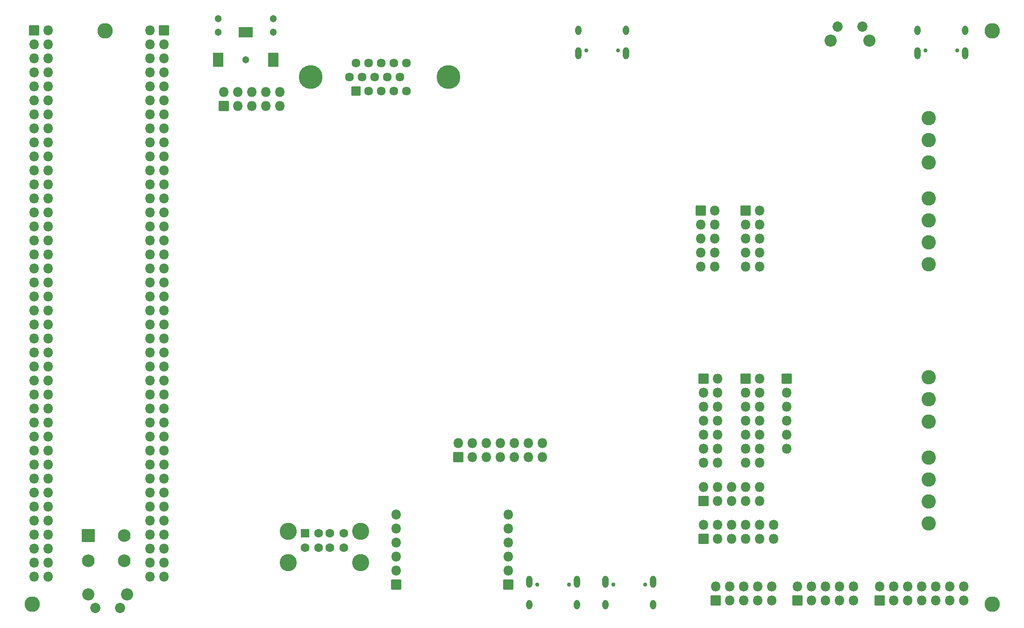
<source format=gbr>
%TF.GenerationSoftware,KiCad,Pcbnew,8.0.4*%
%TF.CreationDate,2024-07-29T15:07:11-07:00*%
%TF.ProjectId,PETER,50455445-522e-46b6-9963-61645f706362,0*%
%TF.SameCoordinates,Original*%
%TF.FileFunction,Soldermask,Bot*%
%TF.FilePolarity,Negative*%
%FSLAX46Y46*%
G04 Gerber Fmt 4.6, Leading zero omitted, Abs format (unit mm)*
G04 Created by KiCad (PCBNEW 8.0.4) date 2024-07-29 15:07:11*
%MOMM*%
%LPD*%
G01*
G04 APERTURE LIST*
G04 Aperture macros list*
%AMRoundRect*
0 Rectangle with rounded corners*
0 $1 Rounding radius*
0 $2 $3 $4 $5 $6 $7 $8 $9 X,Y pos of 4 corners*
0 Add a 4 corners polygon primitive as box body*
4,1,4,$2,$3,$4,$5,$6,$7,$8,$9,$2,$3,0*
0 Add four circle primitives for the rounded corners*
1,1,$1+$1,$2,$3*
1,1,$1+$1,$4,$5*
1,1,$1+$1,$6,$7*
1,1,$1+$1,$8,$9*
0 Add four rect primitives between the rounded corners*
20,1,$1+$1,$2,$3,$4,$5,0*
20,1,$1+$1,$4,$5,$6,$7,0*
20,1,$1+$1,$6,$7,$8,$9,0*
20,1,$1+$1,$8,$9,$2,$3,0*%
G04 Aperture macros list end*
%ADD10C,2.802000*%
%ADD11RoundRect,0.051000X-0.850000X-0.850000X0.850000X-0.850000X0.850000X0.850000X-0.850000X0.850000X0*%
%ADD12O,1.802000X1.802000*%
%ADD13RoundRect,0.051000X0.850000X-0.850000X0.850000X0.850000X-0.850000X0.850000X-0.850000X-0.850000X0*%
%ADD14C,0.752000*%
%ADD15O,1.102000X2.202000*%
%ADD16O,1.102000X1.702000*%
%ADD17RoundRect,0.051000X-1.100000X-1.100000X1.100000X-1.100000X1.100000X1.100000X-1.100000X1.100000X0*%
%ADD18C,2.302000*%
%ADD19C,1.852000*%
%ADD20C,2.202000*%
%ADD21C,1.302000*%
%ADD22RoundRect,0.051000X-1.250000X0.900000X-1.250000X-0.900000X1.250000X-0.900000X1.250000X0.900000X0*%
%ADD23RoundRect,0.051000X-0.900000X1.250000X-0.900000X-1.250000X0.900000X-1.250000X0.900000X1.250000X0*%
%ADD24RoundRect,0.051000X-0.750000X-0.750000X0.750000X-0.750000X0.750000X0.750000X-0.750000X0.750000X0*%
%ADD25C,1.602000*%
%ADD26C,3.102000*%
%ADD27RoundRect,0.051000X0.850000X0.850000X-0.850000X0.850000X-0.850000X-0.850000X0.850000X-0.850000X0*%
%ADD28RoundRect,0.051000X0.754000X0.754000X-0.754000X0.754000X-0.754000X-0.754000X0.754000X-0.754000X0*%
%ADD29C,1.610000*%
%ADD30C,4.318000*%
%ADD31C,2.602000*%
G04 APERTURE END LIST*
D10*
%TO.C,H1*%
X12828800Y-28000D03*
%TD*%
%TO.C,H2*%
X173620800Y-28000D03*
%TD*%
%TO.C,H3*%
X-379200Y-104028000D03*
%TD*%
%TO.C,H4*%
X173620800Y-104028000D03*
%TD*%
D11*
%TO.C,J1102*%
X136346800Y-63144000D03*
D12*
X136346800Y-65684000D03*
X136346800Y-68224000D03*
X136346800Y-70764000D03*
X136346800Y-73304000D03*
X136346800Y-75844000D03*
%TD*%
D13*
%TO.C,J1108*%
X76880800Y-77348000D03*
D12*
X76880800Y-74808000D03*
X79420800Y-77348000D03*
X79420800Y-74808000D03*
X81960800Y-77348000D03*
X81960800Y-74808000D03*
X84500800Y-77348000D03*
X84500800Y-74808000D03*
X87040800Y-77348000D03*
X87040800Y-74808000D03*
X89580800Y-77348000D03*
X89580800Y-74808000D03*
X92120800Y-77348000D03*
X92120800Y-74808000D03*
%TD*%
D14*
%TO.C,J1005*%
X104983800Y-100447800D03*
X110763800Y-100447800D03*
D15*
X103553800Y-99917800D03*
D16*
X103553800Y-104097800D03*
D15*
X112193800Y-99917800D03*
D16*
X112193800Y-104097800D03*
%TD*%
D11*
%TO.C,J1001*%
X121330800Y-63114000D03*
D12*
X123870800Y-63114000D03*
X121330800Y-65654000D03*
X123870800Y-65654000D03*
X121330800Y-68194000D03*
X123870800Y-68194000D03*
X121330800Y-70734000D03*
X123870800Y-70734000D03*
X121330800Y-73274000D03*
X123870800Y-73274000D03*
X121330800Y-75814000D03*
X123870800Y-75814000D03*
X121330800Y-78354000D03*
X123870800Y-78354000D03*
%TD*%
D13*
%TO.C,J303*%
X34345800Y-13721000D03*
D12*
X34345800Y-11181000D03*
X36885800Y-13721000D03*
X36885800Y-11181000D03*
X39425800Y-13721000D03*
X39425800Y-11181000D03*
X41965800Y-13721000D03*
X41965800Y-11181000D03*
X44505800Y-13721000D03*
X44505800Y-11181000D03*
%TD*%
D17*
%TO.C,S601*%
X9829800Y-91603000D03*
D18*
X16329800Y-91603000D03*
X9829800Y-96103000D03*
X16329800Y-96103000D03*
%TD*%
D11*
%TO.C,J1004*%
X128955800Y-63114000D03*
D12*
X131495800Y-63114000D03*
X128955800Y-65654000D03*
X131495800Y-65654000D03*
X128955800Y-68194000D03*
X131495800Y-68194000D03*
X128955800Y-70734000D03*
X131495800Y-70734000D03*
X128955800Y-73274000D03*
X131495800Y-73274000D03*
X128955800Y-75814000D03*
X131495800Y-75814000D03*
X128955800Y-78354000D03*
X131495800Y-78354000D03*
%TD*%
D19*
%TO.C,S201*%
X15544800Y-104698800D03*
X11044800Y-104698800D03*
D20*
X16794800Y-102208800D03*
X9784800Y-102208800D03*
%TD*%
D21*
%TO.C,CON801*%
X43328600Y2193600D03*
X33328600Y2193600D03*
X43328600Y-306400D03*
X33328600Y-306400D03*
X38328600Y-5306400D03*
D22*
X38328600Y-306400D03*
D23*
X33328600Y-5306400D03*
X43328600Y-5306400D03*
%TD*%
D13*
%TO.C,J1003*%
X121340800Y-85349000D03*
D12*
X121340800Y-82809000D03*
X123880800Y-85349000D03*
X123880800Y-82809000D03*
X126420800Y-85349000D03*
X126420800Y-82809000D03*
X128960800Y-85349000D03*
X128960800Y-82809000D03*
X131500800Y-85349000D03*
X131500800Y-82809000D03*
%TD*%
D13*
%TO.C,J1101*%
X138352450Y-103378420D03*
D12*
X138352450Y-100838420D03*
X140892450Y-103378420D03*
X140892450Y-100838420D03*
X143432450Y-103378420D03*
X143432450Y-100838420D03*
X145972450Y-103378420D03*
X145972450Y-100838420D03*
X148512450Y-103378420D03*
X148512450Y-100838420D03*
%TD*%
D24*
%TO.C,J801*%
X49072800Y-91164000D03*
D25*
X51572800Y-91164000D03*
X53572800Y-91164000D03*
X56072800Y-91164000D03*
X49072800Y-93784000D03*
X51572800Y-93784000D03*
X53572800Y-93784000D03*
X56072800Y-93784000D03*
D26*
X46002800Y-90814000D03*
X46002800Y-96494000D03*
X59142800Y-90814000D03*
X59142800Y-96494000D03*
%TD*%
D14*
%TO.C,J201*%
X167278800Y-3615292D03*
X161498800Y-3615292D03*
D15*
X168708800Y-4145292D03*
D16*
X168708800Y34708D03*
D15*
X160068800Y-4145292D03*
D16*
X160068800Y34708D03*
%TD*%
D13*
%TO.C,J1106*%
X123497300Y-103378040D03*
D12*
X123497300Y-100838040D03*
X126037300Y-103378040D03*
X126037300Y-100838040D03*
X128577300Y-103378040D03*
X128577300Y-100838040D03*
X131117300Y-103378040D03*
X131117300Y-100838040D03*
X133657300Y-103378040D03*
X133657300Y-100838040D03*
%TD*%
D27*
%TO.C,J301*%
X2800Y0D03*
D12*
X2800Y-2540000D03*
X2800Y-5080000D03*
X2800Y-7620000D03*
X2800Y-10160000D03*
X2800Y-12700000D03*
X2800Y-15240000D03*
X2800Y-17780000D03*
X2800Y-20320000D03*
X2800Y-22860000D03*
X2800Y-25400000D03*
X2800Y-27940000D03*
X2800Y-30480000D03*
X2800Y-33020000D03*
X2800Y-35560000D03*
X2800Y-38100000D03*
X2800Y-40640000D03*
X2800Y-43180000D03*
X2800Y-45720000D03*
X2800Y-48260000D03*
X2800Y-50800000D03*
X2800Y-53340000D03*
X2800Y-55880000D03*
X2800Y-58420000D03*
X2800Y-60960000D03*
X2800Y-63500000D03*
X2800Y-66040000D03*
X2800Y-68580000D03*
X2800Y-71120000D03*
X2800Y-73660000D03*
X2800Y-76200000D03*
X2800Y-78740000D03*
X2800Y-81280000D03*
X2800Y-83820000D03*
X2800Y-86360000D03*
X2800Y-88900000D03*
X2800Y-91440000D03*
X2800Y-93980000D03*
X2800Y-96520000D03*
X2800Y-99060000D03*
X2542800Y0D03*
X2542800Y-2540000D03*
X2542800Y-5080000D03*
X2542800Y-7620000D03*
X2542800Y-10160000D03*
X2542800Y-12700000D03*
X2542800Y-15240000D03*
X2542800Y-17780000D03*
X2542800Y-20320000D03*
X2542800Y-22860000D03*
X2542800Y-25400000D03*
X2542800Y-27940000D03*
X2542800Y-30480000D03*
X2542800Y-33020000D03*
X2542800Y-35560000D03*
X2542800Y-38100000D03*
X2542800Y-40640000D03*
X2542800Y-43180000D03*
X2542800Y-45720000D03*
X2542800Y-48260000D03*
X2542800Y-50800000D03*
X2542800Y-53340000D03*
X2542800Y-55880000D03*
X2542800Y-58420000D03*
X2542800Y-60960000D03*
X2542800Y-63500000D03*
X2542800Y-66040000D03*
X2542800Y-68580000D03*
X2542800Y-71120000D03*
X2542800Y-73660000D03*
X2542800Y-76200000D03*
X2542800Y-78740000D03*
X2542800Y-81280000D03*
X2542800Y-83820000D03*
X2542800Y-86360000D03*
X2542800Y-88900000D03*
X2542800Y-91440000D03*
X2542800Y-93980000D03*
X2542800Y-96520000D03*
X2542800Y-99060000D03*
%TD*%
D19*
%TO.C,S1201*%
X145603800Y679100D03*
X150103800Y679100D03*
D20*
X144353800Y-1810900D03*
X151363800Y-1810900D03*
%TD*%
D28*
%TO.C,J701*%
X58306000Y-10972800D03*
D29*
X60586000Y-10972800D03*
X62866000Y-10972800D03*
X65146000Y-10972800D03*
X67426000Y-10972800D03*
X57166000Y-8432800D03*
X59446000Y-8432800D03*
X61726000Y-8432800D03*
X64006000Y-8432800D03*
X66286000Y-8432800D03*
X58306000Y-5892800D03*
X60586000Y-5892800D03*
X62866000Y-5892800D03*
X65146000Y-5892800D03*
X67426000Y-5892800D03*
D30*
X75106000Y-8432800D03*
X50116000Y-8432800D03*
%TD*%
D11*
%TO.C,J601*%
X120822800Y-32644000D03*
D12*
X123362800Y-32644000D03*
X120822800Y-35184000D03*
X123362800Y-35184000D03*
X120822800Y-37724000D03*
X123362800Y-37724000D03*
X120822800Y-40264000D03*
X123362800Y-40264000D03*
X120822800Y-42804000D03*
X123362800Y-42804000D03*
%TD*%
D13*
%TO.C,J1107*%
X121335800Y-92202000D03*
D12*
X121335800Y-89662000D03*
X123875800Y-92202000D03*
X123875800Y-89662000D03*
X126415800Y-92202000D03*
X126415800Y-89662000D03*
X128955800Y-92202000D03*
X128955800Y-89662000D03*
X131495800Y-92202000D03*
X131495800Y-89662000D03*
X134035800Y-92202000D03*
X134035800Y-89662000D03*
%TD*%
D11*
%TO.C,J602*%
X128950800Y-32644000D03*
D12*
X131490800Y-32644000D03*
X128950800Y-35184000D03*
X131490800Y-35184000D03*
X128950800Y-37724000D03*
X131490800Y-37724000D03*
X128950800Y-40264000D03*
X131490800Y-40264000D03*
X128950800Y-42804000D03*
X131490800Y-42804000D03*
%TD*%
D31*
%TO.C,J901*%
X162102800Y-89391998D03*
X162102800Y-85391998D03*
X162102800Y-81391998D03*
X162102800Y-77391998D03*
X162102800Y-70891998D03*
X162102800Y-66891998D03*
X162102800Y-62891998D03*
%TD*%
D27*
%TO.C,J1103*%
X85877800Y-100482800D03*
D12*
X85877800Y-97942800D03*
X85877800Y-95402800D03*
X85877800Y-92862800D03*
X85877800Y-90322800D03*
X85877800Y-87782800D03*
%TD*%
D14*
%TO.C,J1002*%
X91140800Y-100447800D03*
X96920800Y-100447800D03*
D15*
X89710800Y-99917800D03*
D16*
X89710800Y-104097800D03*
D15*
X98350800Y-99917800D03*
D16*
X98350800Y-104097800D03*
%TD*%
D31*
%TO.C,J902*%
X162102800Y-42402000D03*
X162102800Y-38402000D03*
X162102800Y-34402000D03*
X162102800Y-30402000D03*
X162102800Y-23902000D03*
X162102800Y-19902000D03*
X162102800Y-15902000D03*
%TD*%
D11*
%TO.C,J302*%
X23495000Y0D03*
D12*
X23495000Y-2540000D03*
X23495000Y-5080000D03*
X23495000Y-7620000D03*
X23495000Y-10160000D03*
X23495000Y-12700000D03*
X23495000Y-15240000D03*
X23495000Y-17780000D03*
X23495000Y-20320000D03*
X23495000Y-22860000D03*
X23495000Y-25400000D03*
X23495000Y-27940000D03*
X23495000Y-30480000D03*
X23495000Y-33020000D03*
X23495000Y-35560000D03*
X23495000Y-38100000D03*
X23495000Y-40640000D03*
X23495000Y-43180000D03*
X23495000Y-45720000D03*
X23495000Y-48260000D03*
X23495000Y-50800000D03*
X23495000Y-53340000D03*
X23495000Y-55880000D03*
X23495000Y-58420000D03*
X23495000Y-60960000D03*
X23495000Y-63500000D03*
X23495000Y-66040000D03*
X23495000Y-68580000D03*
X23495000Y-71120000D03*
X23495000Y-73660000D03*
X23495000Y-76200000D03*
X23495000Y-78740000D03*
X23495000Y-81280000D03*
X23495000Y-83820000D03*
X23495000Y-86360000D03*
X23495000Y-88900000D03*
X23495000Y-91440000D03*
X23495000Y-93980000D03*
X23495000Y-96520000D03*
X23495000Y-99060000D03*
X20955000Y0D03*
X20955000Y-2540000D03*
X20955000Y-5080000D03*
X20955000Y-7620000D03*
X20955000Y-10160000D03*
X20955000Y-12700000D03*
X20955000Y-15240000D03*
X20955000Y-17780000D03*
X20955000Y-20320000D03*
X20955000Y-22860000D03*
X20955000Y-25400000D03*
X20955000Y-27940000D03*
X20955000Y-30480000D03*
X20955000Y-33020000D03*
X20955000Y-35560000D03*
X20955000Y-38100000D03*
X20955000Y-40640000D03*
X20955000Y-43180000D03*
X20955000Y-45720000D03*
X20955000Y-48260000D03*
X20955000Y-50800000D03*
X20955000Y-53340000D03*
X20955000Y-55880000D03*
X20955000Y-58420000D03*
X20955000Y-60960000D03*
X20955000Y-63500000D03*
X20955000Y-66040000D03*
X20955000Y-68580000D03*
X20955000Y-71120000D03*
X20955000Y-73660000D03*
X20955000Y-76200000D03*
X20955000Y-78740000D03*
X20955000Y-81280000D03*
X20955000Y-83820000D03*
X20955000Y-86360000D03*
X20955000Y-88900000D03*
X20955000Y-91440000D03*
X20955000Y-93980000D03*
X20955000Y-96520000D03*
X20955000Y-99060000D03*
%TD*%
D14*
%TO.C,J1202*%
X105810800Y-3615292D03*
X100030800Y-3615292D03*
D15*
X107240800Y-4145292D03*
D16*
X107240800Y34708D03*
D15*
X98600800Y-4145292D03*
D16*
X98600800Y34708D03*
%TD*%
D13*
%TO.C,J1105*%
X153207800Y-103378000D03*
D12*
X153207800Y-100838000D03*
X155747800Y-103378000D03*
X155747800Y-100838000D03*
X158287800Y-103378000D03*
X158287800Y-100838000D03*
X160827800Y-103378000D03*
X160827800Y-100838000D03*
X163367800Y-103378000D03*
X163367800Y-100838000D03*
X165907800Y-103378000D03*
X165907800Y-100838000D03*
X168447800Y-103378000D03*
X168447800Y-100838000D03*
%TD*%
D27*
%TO.C,J1104*%
X65557800Y-100482800D03*
D12*
X65557800Y-97942800D03*
X65557800Y-95402800D03*
X65557800Y-92862800D03*
X65557800Y-90322800D03*
X65557800Y-87782800D03*
%TD*%
M02*

</source>
